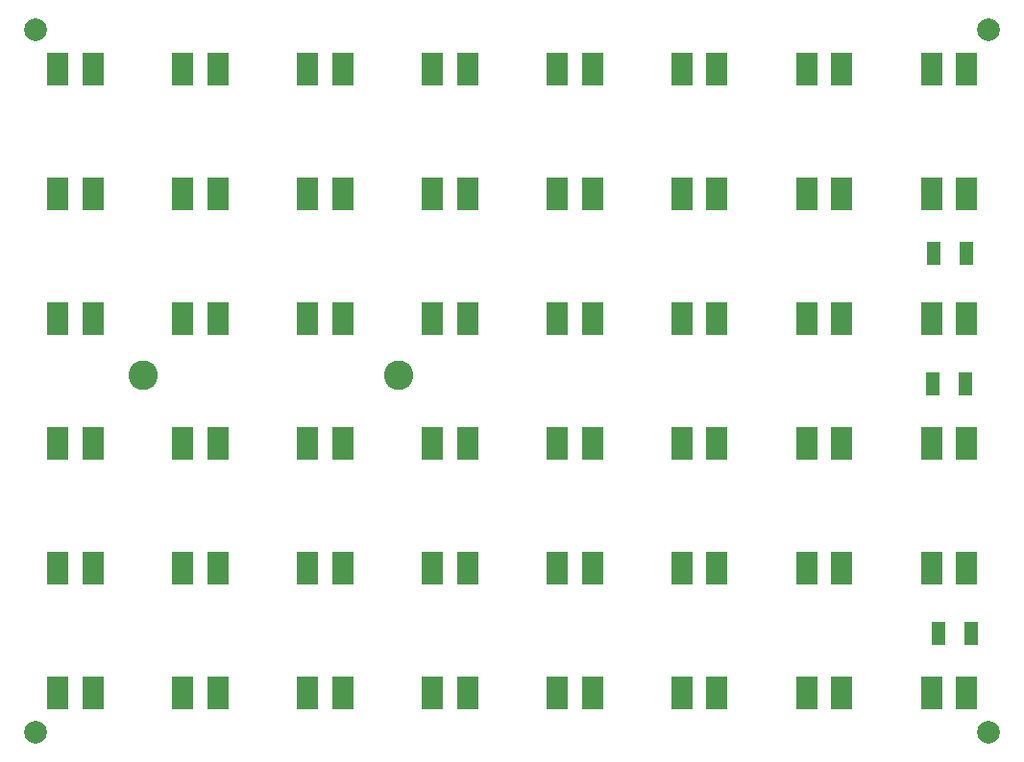
<source format=gbs>
G04 #@! TF.FileFunction,Soldermask,Bot*
%FSLAX46Y46*%
G04 Gerber Fmt 4.6, Leading zero omitted, Abs format (unit mm)*
G04 Created by KiCad (PCBNEW 4.0.1-stable) date 9.10.2016. 16:00:34*
%MOMM*%
G01*
G04 APERTURE LIST*
%ADD10C,0.100000*%
%ADD11R,1.300000X2.100000*%
%ADD12R,1.900000X3.000000*%
%ADD13C,2.000000*%
%ADD14C,2.600000*%
G04 APERTURE END LIST*
D10*
D11*
X181550000Y-109250000D03*
X184450000Y-109250000D03*
D12*
X180950000Y-92500000D03*
X184050000Y-92500000D03*
X180950000Y-114500000D03*
X184050000Y-114500000D03*
X169950000Y-114500000D03*
X173050000Y-114500000D03*
X158950000Y-114500000D03*
X162050000Y-114500000D03*
X147950000Y-114500000D03*
X151050000Y-114500000D03*
X136950000Y-114500000D03*
X140050000Y-114500000D03*
X125950000Y-114500000D03*
X129050000Y-114500000D03*
X114950000Y-114500000D03*
X118050000Y-114500000D03*
X103950000Y-114500000D03*
X107050000Y-114500000D03*
X184050000Y-103500000D03*
X180950000Y-103500000D03*
X173050000Y-103500000D03*
X169950000Y-103500000D03*
X162050000Y-103500000D03*
X158950000Y-103500000D03*
X151050000Y-103500000D03*
X147950000Y-103500000D03*
X140050000Y-103500000D03*
X136950000Y-103500000D03*
X129050000Y-103500000D03*
X125950000Y-103500000D03*
X118050000Y-103500000D03*
X114950000Y-103500000D03*
X107050000Y-103500000D03*
X103950000Y-103500000D03*
X169950000Y-92500000D03*
X173050000Y-92500000D03*
X158950000Y-92500000D03*
X162050000Y-92500000D03*
X147950000Y-92500000D03*
X151050000Y-92500000D03*
X136950000Y-92500000D03*
X140050000Y-92500000D03*
X125950000Y-92500000D03*
X129050000Y-92500000D03*
X114950000Y-92500000D03*
X118050000Y-92500000D03*
X103950000Y-92500000D03*
X107050000Y-92500000D03*
X184050000Y-81500000D03*
X180950000Y-81500000D03*
X173050000Y-81500000D03*
X169950000Y-81500000D03*
X162050000Y-81500000D03*
X158950000Y-81500000D03*
X151050000Y-81500000D03*
X147950000Y-81500000D03*
X140050000Y-81500000D03*
X136950000Y-81500000D03*
X129050000Y-81500000D03*
X125950000Y-81500000D03*
X118050000Y-81500000D03*
X114950000Y-81500000D03*
X107050000Y-81500000D03*
X103950000Y-81500000D03*
X180950000Y-70500000D03*
X184050000Y-70500000D03*
X169950000Y-70500000D03*
X173050000Y-70500000D03*
X158950000Y-70500000D03*
X162050000Y-70500000D03*
X147950000Y-70500000D03*
X151050000Y-70500000D03*
X136950000Y-70500000D03*
X140050000Y-70500000D03*
X125950000Y-70500000D03*
X129050000Y-70500000D03*
X114950000Y-70500000D03*
X118050000Y-70500000D03*
X103950000Y-70500000D03*
X107050000Y-70500000D03*
X184050000Y-59500000D03*
X180950000Y-59500000D03*
X173050000Y-59500000D03*
X169950000Y-59500000D03*
X162050000Y-59500000D03*
X158950000Y-59500000D03*
X151050000Y-59500000D03*
X147950000Y-59500000D03*
X140050000Y-59500000D03*
X136950000Y-59500000D03*
X129050000Y-59500000D03*
X125950000Y-59500000D03*
X118050000Y-59500000D03*
X114950000Y-59500000D03*
X107050000Y-59500000D03*
X103950000Y-59500000D03*
D13*
X186000000Y-118000000D03*
X102000000Y-56000000D03*
X102000000Y-118000000D03*
X186000000Y-56000000D03*
D14*
X134000000Y-86500000D03*
X111500000Y-86500000D03*
D11*
X181150000Y-75750000D03*
X184050000Y-75750000D03*
X181050000Y-87250000D03*
X183950000Y-87250000D03*
M02*

</source>
